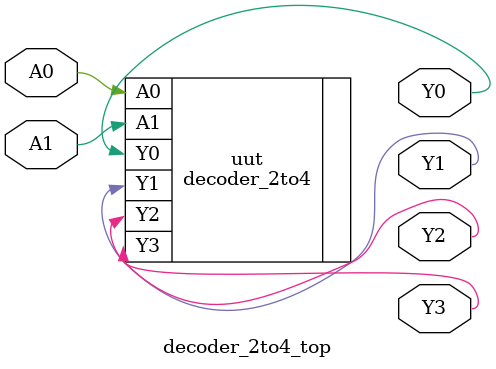
<source format=v>
`timescale 1ns / 1ps

module decoder_2to4_top(
    input A0, A1,
    output Y0, Y1, Y2, Y3
    );

    // Instantiate decoder
    decoder_2to4 uut (
        .A0(A0),
        .A1(A1),
        .Y0(Y0),
        .Y1(Y1),
        .Y2(Y2),
        .Y3(Y3)
    );

endmodule

</source>
